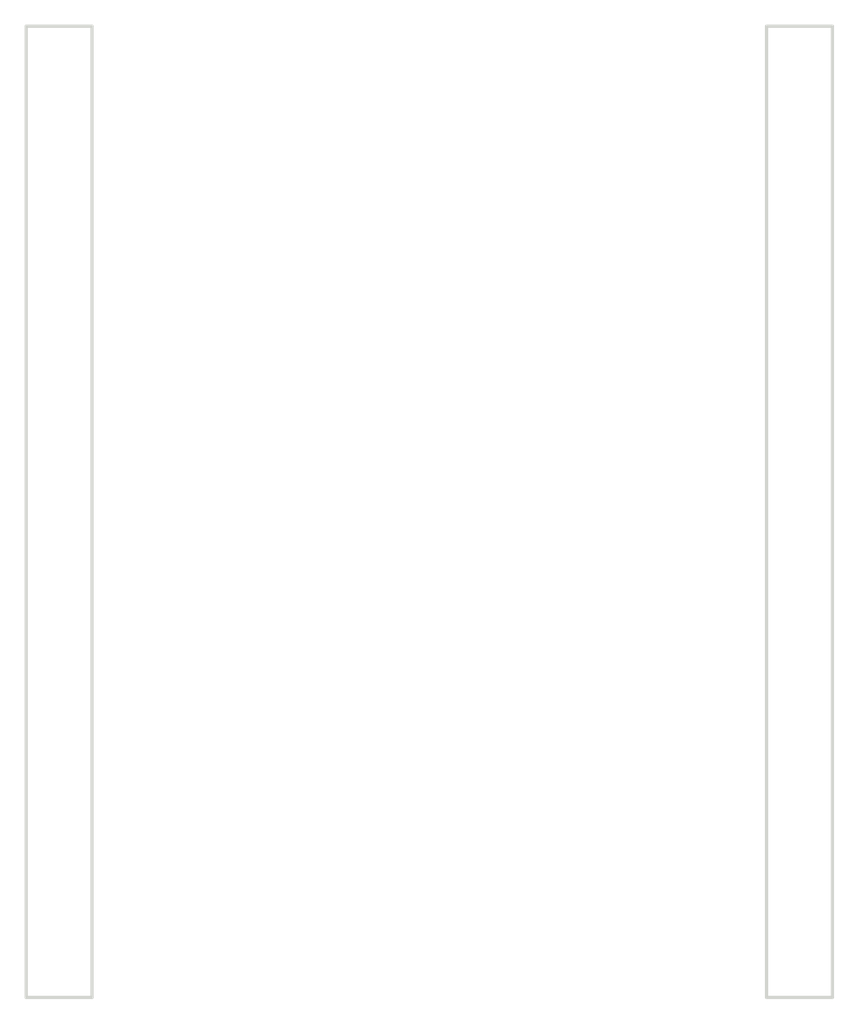
<source format=kicad_pcb>
(kicad_pcb (version 20241229) (generator "pcbnew") (generator_version "9.0")
  (title_block (title "Board 2x12 W22.86") (date "2025-09-29") (rev "V0"))
  (layers (0 "F.Cu" signal) (2 "B.Cu" signal) (13 "F.Paste" user) (15 "B.Paste" user) (5 "F.SilkS" user "F.Silkscreen") (7 "B.SilkS" user "B.Silkscreen") (1 "F.Mask" user) (3 "B.Mask" user) (25 "Edge.Cuts" user))
  (net 0 "")
  (footprint "SamacSys_Parts:PinHeader_1x12_P2.54mm_Vertical" (layer "B.Cu") (at 22.86 0 180)
    (property "Reference" "J2" (hide yes))
    (property "Value" "Pin_Header_01x12")
  )
  (footprint "SamacSys_Parts:PinHeader_1x12_P2.54mm_Vertical" (layer "B.Cu") (at 0 0 180)
    (property "Reference" "J1" (hide yes))
    (property "Value" "Pin_Header_01x12")
  )
  (gr_line (start 1.016 -1.016) (end 1.016 28.956) (stroke (width 0.1)) (layer "Edge.Cuts"))
  (gr_line (start -1.016 -1.016) (end 1.016 -1.016) (stroke (width 0.1)) (layer "Edge.Cuts"))
  (gr_line (start 21.844 -1.016) (end 23.876 -1.016) (stroke (width 0.1)) (layer "Edge.Cuts"))
  (gr_line (start 23.876 -1.016) (end 23.876 28.956) (stroke (width 0.1)) (layer "Edge.Cuts"))
  (gr_line (start 1.016 28.956) (end -1.016 28.956) (stroke (width 0.1)) (layer "Edge.Cuts"))
  (gr_line (start 23.876 28.956) (end 21.844 28.956) (stroke (width 0.1)) (layer "Edge.Cuts"))
  (gr_line (start -1.016 28.956) (end -1.016 -1.016) (stroke (width 0.1)) (layer "Edge.Cuts"))
  (gr_line (start 21.844 28.956) (end 21.844 -1.016) (stroke (width 0.1)) (layer "Edge.Cuts"))
)
</source>
